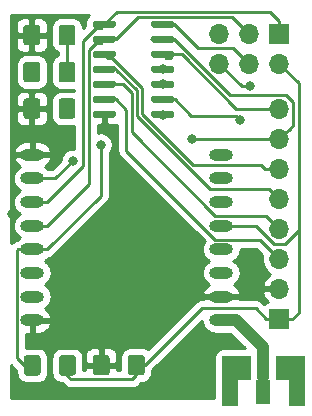
<source format=gbr>
G04 #@! TF.GenerationSoftware,KiCad,Pcbnew,5.1.6*
G04 #@! TF.CreationDate,2020-09-10T16:33:30+02:00*
G04 #@! TF.ProjectId,LORA_ATTINY84,4c4f5241-5f41-4545-9449-4e5938342e6b,rev?*
G04 #@! TF.SameCoordinates,Original*
G04 #@! TF.FileFunction,Copper,L1,Top*
G04 #@! TF.FilePolarity,Positive*
%FSLAX46Y46*%
G04 Gerber Fmt 4.6, Leading zero omitted, Abs format (unit mm)*
G04 Created by KiCad (PCBNEW 5.1.6) date 2020-09-10 16:33:30*
%MOMM*%
%LPD*%
G01*
G04 APERTURE LIST*
G04 #@! TA.AperFunction,ComponentPad*
%ADD10R,1.200000X2.100000*%
G04 #@! TD*
G04 #@! TA.AperFunction,SMDPad,CuDef*
%ADD11C,0.100000*%
G04 #@! TD*
G04 #@! TA.AperFunction,ComponentPad*
%ADD12O,1.700000X1.700000*%
G04 #@! TD*
G04 #@! TA.AperFunction,ComponentPad*
%ADD13R,1.700000X1.700000*%
G04 #@! TD*
G04 #@! TA.AperFunction,SMDPad,CuDef*
%ADD14O,2.000000X1.000000*%
G04 #@! TD*
G04 #@! TA.AperFunction,ViaPad*
%ADD15C,0.800000*%
G04 #@! TD*
G04 #@! TA.AperFunction,Conductor*
%ADD16C,0.250000*%
G04 #@! TD*
G04 #@! TA.AperFunction,Conductor*
%ADD17C,1.000000*%
G04 #@! TD*
G04 #@! TA.AperFunction,Conductor*
%ADD18C,0.254000*%
G04 #@! TD*
G04 APERTURE END LIST*
D10*
X88087200Y-78384400D03*
G04 #@! TA.AperFunction,SMDPad,CuDef*
D11*
G36*
X91586600Y-79493600D02*
G01*
X90236600Y-79493600D01*
X90236600Y-77293600D01*
X89136600Y-77293600D01*
X89136600Y-75293600D01*
X91586600Y-75293600D01*
X91586600Y-79493600D01*
G37*
G04 #@! TD.AperFunction*
G04 #@! TA.AperFunction,SMDPad,CuDef*
G36*
X87034920Y-77293600D02*
G01*
X85934920Y-77293600D01*
X85934920Y-79493600D01*
X84584920Y-79493600D01*
X84584920Y-75293600D01*
X87034920Y-75293600D01*
X87034920Y-77293600D01*
G37*
G04 #@! TD.AperFunction*
G04 #@! TA.AperFunction,SMDPad,CuDef*
G36*
G01*
X70791700Y-76723400D02*
X70791700Y-75473400D01*
G75*
G02*
X71041700Y-75223400I250000J0D01*
G01*
X71966700Y-75223400D01*
G75*
G02*
X72216700Y-75473400I0J-250000D01*
G01*
X72216700Y-76723400D01*
G75*
G02*
X71966700Y-76973400I-250000J0D01*
G01*
X71041700Y-76973400D01*
G75*
G02*
X70791700Y-76723400I0J250000D01*
G01*
G37*
G04 #@! TD.AperFunction*
G04 #@! TA.AperFunction,SMDPad,CuDef*
G36*
G01*
X67816700Y-76723400D02*
X67816700Y-75473400D01*
G75*
G02*
X68066700Y-75223400I250000J0D01*
G01*
X68991700Y-75223400D01*
G75*
G02*
X69241700Y-75473400I0J-250000D01*
G01*
X69241700Y-76723400D01*
G75*
G02*
X68991700Y-76973400I-250000J0D01*
G01*
X68066700Y-76973400D01*
G75*
G02*
X67816700Y-76723400I0J250000D01*
G01*
G37*
G04 #@! TD.AperFunction*
G04 #@! TA.AperFunction,SMDPad,CuDef*
G36*
G01*
X75069400Y-75448000D02*
X75069400Y-76698000D01*
G75*
G02*
X74819400Y-76948000I-250000J0D01*
G01*
X73894400Y-76948000D01*
G75*
G02*
X73644400Y-76698000I0J250000D01*
G01*
X73644400Y-75448000D01*
G75*
G02*
X73894400Y-75198000I250000J0D01*
G01*
X74819400Y-75198000D01*
G75*
G02*
X75069400Y-75448000I0J-250000D01*
G01*
G37*
G04 #@! TD.AperFunction*
G04 #@! TA.AperFunction,SMDPad,CuDef*
G36*
G01*
X78044400Y-75448000D02*
X78044400Y-76698000D01*
G75*
G02*
X77794400Y-76948000I-250000J0D01*
G01*
X76869400Y-76948000D01*
G75*
G02*
X76619400Y-76698000I0J250000D01*
G01*
X76619400Y-75448000D01*
G75*
G02*
X76869400Y-75198000I250000J0D01*
G01*
X77794400Y-75198000D01*
G75*
G02*
X78044400Y-75448000I0J-250000D01*
G01*
G37*
G04 #@! TD.AperFunction*
G04 #@! TA.AperFunction,SMDPad,CuDef*
G36*
G01*
X69202000Y-53731000D02*
X69202000Y-54981000D01*
G75*
G02*
X68952000Y-55231000I-250000J0D01*
G01*
X68027000Y-55231000D01*
G75*
G02*
X67777000Y-54981000I0J250000D01*
G01*
X67777000Y-53731000D01*
G75*
G02*
X68027000Y-53481000I250000J0D01*
G01*
X68952000Y-53481000D01*
G75*
G02*
X69202000Y-53731000I0J-250000D01*
G01*
G37*
G04 #@! TD.AperFunction*
G04 #@! TA.AperFunction,SMDPad,CuDef*
G36*
G01*
X72177000Y-53731000D02*
X72177000Y-54981000D01*
G75*
G02*
X71927000Y-55231000I-250000J0D01*
G01*
X71002000Y-55231000D01*
G75*
G02*
X70752000Y-54981000I0J250000D01*
G01*
X70752000Y-53731000D01*
G75*
G02*
X71002000Y-53481000I250000J0D01*
G01*
X71927000Y-53481000D01*
G75*
G02*
X72177000Y-53731000I0J-250000D01*
G01*
G37*
G04 #@! TD.AperFunction*
D12*
X84378800Y-50596800D03*
X84378800Y-48056800D03*
X86918800Y-50596800D03*
X86918800Y-48056800D03*
X89458800Y-50596800D03*
D13*
X89458800Y-48056800D03*
D12*
X89458800Y-54381400D03*
X89458800Y-56921400D03*
X89458800Y-59461400D03*
X89458800Y-62001400D03*
X89458800Y-64541400D03*
X89458800Y-67081400D03*
X89458800Y-69621400D03*
D13*
X89458800Y-72161400D03*
G04 #@! TA.AperFunction,SMDPad,CuDef*
G36*
G01*
X69202000Y-50644900D02*
X69202000Y-51894900D01*
G75*
G02*
X68952000Y-52144900I-250000J0D01*
G01*
X68027000Y-52144900D01*
G75*
G02*
X67777000Y-51894900I0J250000D01*
G01*
X67777000Y-50644900D01*
G75*
G02*
X68027000Y-50394900I250000J0D01*
G01*
X68952000Y-50394900D01*
G75*
G02*
X69202000Y-50644900I0J-250000D01*
G01*
G37*
G04 #@! TD.AperFunction*
G04 #@! TA.AperFunction,SMDPad,CuDef*
G36*
G01*
X72177000Y-50644900D02*
X72177000Y-51894900D01*
G75*
G02*
X71927000Y-52144900I-250000J0D01*
G01*
X71002000Y-52144900D01*
G75*
G02*
X70752000Y-51894900I0J250000D01*
G01*
X70752000Y-50644900D01*
G75*
G02*
X71002000Y-50394900I250000J0D01*
G01*
X71927000Y-50394900D01*
G75*
G02*
X72177000Y-50644900I0J-250000D01*
G01*
G37*
G04 #@! TD.AperFunction*
G04 #@! TA.AperFunction,SMDPad,CuDef*
G36*
G01*
X70752000Y-48758000D02*
X70752000Y-47508000D01*
G75*
G02*
X71002000Y-47258000I250000J0D01*
G01*
X71927000Y-47258000D01*
G75*
G02*
X72177000Y-47508000I0J-250000D01*
G01*
X72177000Y-48758000D01*
G75*
G02*
X71927000Y-49008000I-250000J0D01*
G01*
X71002000Y-49008000D01*
G75*
G02*
X70752000Y-48758000I0J250000D01*
G01*
G37*
G04 #@! TD.AperFunction*
G04 #@! TA.AperFunction,SMDPad,CuDef*
G36*
G01*
X67777000Y-48758000D02*
X67777000Y-47508000D01*
G75*
G02*
X68027000Y-47258000I250000J0D01*
G01*
X68952000Y-47258000D01*
G75*
G02*
X69202000Y-47508000I0J-250000D01*
G01*
X69202000Y-48758000D01*
G75*
G02*
X68952000Y-49008000I-250000J0D01*
G01*
X68027000Y-49008000D01*
G75*
G02*
X67777000Y-48758000I0J250000D01*
G01*
G37*
G04 #@! TD.AperFunction*
G04 #@! TA.AperFunction,SMDPad,CuDef*
G36*
G01*
X75589000Y-54688600D02*
X75589000Y-54988600D01*
G75*
G02*
X75439000Y-55138600I-150000J0D01*
G01*
X73789000Y-55138600D01*
G75*
G02*
X73639000Y-54988600I0J150000D01*
G01*
X73639000Y-54688600D01*
G75*
G02*
X73789000Y-54538600I150000J0D01*
G01*
X75439000Y-54538600D01*
G75*
G02*
X75589000Y-54688600I0J-150000D01*
G01*
G37*
G04 #@! TD.AperFunction*
G04 #@! TA.AperFunction,SMDPad,CuDef*
G36*
G01*
X75589000Y-53418600D02*
X75589000Y-53718600D01*
G75*
G02*
X75439000Y-53868600I-150000J0D01*
G01*
X73789000Y-53868600D01*
G75*
G02*
X73639000Y-53718600I0J150000D01*
G01*
X73639000Y-53418600D01*
G75*
G02*
X73789000Y-53268600I150000J0D01*
G01*
X75439000Y-53268600D01*
G75*
G02*
X75589000Y-53418600I0J-150000D01*
G01*
G37*
G04 #@! TD.AperFunction*
G04 #@! TA.AperFunction,SMDPad,CuDef*
G36*
G01*
X75589000Y-52148600D02*
X75589000Y-52448600D01*
G75*
G02*
X75439000Y-52598600I-150000J0D01*
G01*
X73789000Y-52598600D01*
G75*
G02*
X73639000Y-52448600I0J150000D01*
G01*
X73639000Y-52148600D01*
G75*
G02*
X73789000Y-51998600I150000J0D01*
G01*
X75439000Y-51998600D01*
G75*
G02*
X75589000Y-52148600I0J-150000D01*
G01*
G37*
G04 #@! TD.AperFunction*
G04 #@! TA.AperFunction,SMDPad,CuDef*
G36*
G01*
X75589000Y-50878600D02*
X75589000Y-51178600D01*
G75*
G02*
X75439000Y-51328600I-150000J0D01*
G01*
X73789000Y-51328600D01*
G75*
G02*
X73639000Y-51178600I0J150000D01*
G01*
X73639000Y-50878600D01*
G75*
G02*
X73789000Y-50728600I150000J0D01*
G01*
X75439000Y-50728600D01*
G75*
G02*
X75589000Y-50878600I0J-150000D01*
G01*
G37*
G04 #@! TD.AperFunction*
G04 #@! TA.AperFunction,SMDPad,CuDef*
G36*
G01*
X75589000Y-49608600D02*
X75589000Y-49908600D01*
G75*
G02*
X75439000Y-50058600I-150000J0D01*
G01*
X73789000Y-50058600D01*
G75*
G02*
X73639000Y-49908600I0J150000D01*
G01*
X73639000Y-49608600D01*
G75*
G02*
X73789000Y-49458600I150000J0D01*
G01*
X75439000Y-49458600D01*
G75*
G02*
X75589000Y-49608600I0J-150000D01*
G01*
G37*
G04 #@! TD.AperFunction*
G04 #@! TA.AperFunction,SMDPad,CuDef*
G36*
G01*
X75589000Y-48338600D02*
X75589000Y-48638600D01*
G75*
G02*
X75439000Y-48788600I-150000J0D01*
G01*
X73789000Y-48788600D01*
G75*
G02*
X73639000Y-48638600I0J150000D01*
G01*
X73639000Y-48338600D01*
G75*
G02*
X73789000Y-48188600I150000J0D01*
G01*
X75439000Y-48188600D01*
G75*
G02*
X75589000Y-48338600I0J-150000D01*
G01*
G37*
G04 #@! TD.AperFunction*
G04 #@! TA.AperFunction,SMDPad,CuDef*
G36*
G01*
X75589000Y-47068600D02*
X75589000Y-47368600D01*
G75*
G02*
X75439000Y-47518600I-150000J0D01*
G01*
X73789000Y-47518600D01*
G75*
G02*
X73639000Y-47368600I0J150000D01*
G01*
X73639000Y-47068600D01*
G75*
G02*
X73789000Y-46918600I150000J0D01*
G01*
X75439000Y-46918600D01*
G75*
G02*
X75589000Y-47068600I0J-150000D01*
G01*
G37*
G04 #@! TD.AperFunction*
G04 #@! TA.AperFunction,SMDPad,CuDef*
G36*
G01*
X80539000Y-47068600D02*
X80539000Y-47368600D01*
G75*
G02*
X80389000Y-47518600I-150000J0D01*
G01*
X78739000Y-47518600D01*
G75*
G02*
X78589000Y-47368600I0J150000D01*
G01*
X78589000Y-47068600D01*
G75*
G02*
X78739000Y-46918600I150000J0D01*
G01*
X80389000Y-46918600D01*
G75*
G02*
X80539000Y-47068600I0J-150000D01*
G01*
G37*
G04 #@! TD.AperFunction*
G04 #@! TA.AperFunction,SMDPad,CuDef*
G36*
G01*
X80539000Y-48338600D02*
X80539000Y-48638600D01*
G75*
G02*
X80389000Y-48788600I-150000J0D01*
G01*
X78739000Y-48788600D01*
G75*
G02*
X78589000Y-48638600I0J150000D01*
G01*
X78589000Y-48338600D01*
G75*
G02*
X78739000Y-48188600I150000J0D01*
G01*
X80389000Y-48188600D01*
G75*
G02*
X80539000Y-48338600I0J-150000D01*
G01*
G37*
G04 #@! TD.AperFunction*
G04 #@! TA.AperFunction,SMDPad,CuDef*
G36*
G01*
X80539000Y-49608600D02*
X80539000Y-49908600D01*
G75*
G02*
X80389000Y-50058600I-150000J0D01*
G01*
X78739000Y-50058600D01*
G75*
G02*
X78589000Y-49908600I0J150000D01*
G01*
X78589000Y-49608600D01*
G75*
G02*
X78739000Y-49458600I150000J0D01*
G01*
X80389000Y-49458600D01*
G75*
G02*
X80539000Y-49608600I0J-150000D01*
G01*
G37*
G04 #@! TD.AperFunction*
G04 #@! TA.AperFunction,SMDPad,CuDef*
G36*
G01*
X80539000Y-50878600D02*
X80539000Y-51178600D01*
G75*
G02*
X80389000Y-51328600I-150000J0D01*
G01*
X78739000Y-51328600D01*
G75*
G02*
X78589000Y-51178600I0J150000D01*
G01*
X78589000Y-50878600D01*
G75*
G02*
X78739000Y-50728600I150000J0D01*
G01*
X80389000Y-50728600D01*
G75*
G02*
X80539000Y-50878600I0J-150000D01*
G01*
G37*
G04 #@! TD.AperFunction*
G04 #@! TA.AperFunction,SMDPad,CuDef*
G36*
G01*
X80539000Y-52148600D02*
X80539000Y-52448600D01*
G75*
G02*
X80389000Y-52598600I-150000J0D01*
G01*
X78739000Y-52598600D01*
G75*
G02*
X78589000Y-52448600I0J150000D01*
G01*
X78589000Y-52148600D01*
G75*
G02*
X78739000Y-51998600I150000J0D01*
G01*
X80389000Y-51998600D01*
G75*
G02*
X80539000Y-52148600I0J-150000D01*
G01*
G37*
G04 #@! TD.AperFunction*
G04 #@! TA.AperFunction,SMDPad,CuDef*
G36*
G01*
X80539000Y-53418600D02*
X80539000Y-53718600D01*
G75*
G02*
X80389000Y-53868600I-150000J0D01*
G01*
X78739000Y-53868600D01*
G75*
G02*
X78589000Y-53718600I0J150000D01*
G01*
X78589000Y-53418600D01*
G75*
G02*
X78739000Y-53268600I150000J0D01*
G01*
X80389000Y-53268600D01*
G75*
G02*
X80539000Y-53418600I0J-150000D01*
G01*
G37*
G04 #@! TD.AperFunction*
G04 #@! TA.AperFunction,SMDPad,CuDef*
G36*
G01*
X80539000Y-54688600D02*
X80539000Y-54988600D01*
G75*
G02*
X80389000Y-55138600I-150000J0D01*
G01*
X78739000Y-55138600D01*
G75*
G02*
X78589000Y-54988600I0J150000D01*
G01*
X78589000Y-54688600D01*
G75*
G02*
X78739000Y-54538600I150000J0D01*
G01*
X80389000Y-54538600D01*
G75*
G02*
X80539000Y-54688600I0J-150000D01*
G01*
G37*
G04 #@! TD.AperFunction*
D14*
X84529200Y-58267600D03*
X84529200Y-60267600D03*
X84529200Y-62267600D03*
X84529200Y-64267600D03*
X84529200Y-66267600D03*
X84529200Y-68267600D03*
X84529200Y-70267600D03*
X84529200Y-72267600D03*
X68529200Y-72267600D03*
X68529200Y-70267600D03*
X68529200Y-68267600D03*
X68529200Y-66267600D03*
X68529200Y-64267600D03*
X68529200Y-62267600D03*
X68529200Y-60267600D03*
X68529200Y-58267600D03*
D15*
X91084400Y-75768200D03*
X85090000Y-75819000D03*
X86969600Y-52481399D03*
X66827400Y-63246000D03*
X79596854Y-54871454D03*
X71464500Y-54356000D03*
X82067400Y-56921400D03*
X68489500Y-51269900D03*
X71983600Y-58775600D03*
X86156800Y-55346600D03*
X84529200Y-62267600D03*
X74320400Y-57404000D03*
X79564000Y-52298600D03*
X79564000Y-51028600D03*
D16*
X84378800Y-50596800D02*
X86263399Y-52481399D01*
X86263399Y-52481399D02*
X86969600Y-52481399D01*
X66827400Y-58719400D02*
X66827400Y-63246000D01*
X68529200Y-58267600D02*
X67279200Y-58267600D01*
X67279200Y-58267600D02*
X66827400Y-58719400D01*
X85026400Y-77631800D02*
X85026400Y-77631800D01*
X85026400Y-77631800D02*
X85039200Y-77644600D01*
X79564000Y-54838600D02*
X79564000Y-54849800D01*
X84529200Y-64267600D02*
X87445998Y-64267600D01*
X87445998Y-64267600D02*
X88989798Y-65811400D01*
X89458800Y-50596800D02*
X91083811Y-52221811D01*
X91083811Y-64655391D02*
X91083811Y-52221811D01*
X89927802Y-65811400D02*
X91083811Y-64655391D01*
X88989798Y-65811400D02*
X89927802Y-65811400D01*
X90558800Y-72161400D02*
X89458800Y-72161400D01*
X91083811Y-71636389D02*
X90558800Y-72161400D01*
X91083811Y-64655391D02*
X91083811Y-71636389D01*
X77331900Y-76948000D02*
X77331900Y-76073000D01*
X77006890Y-77273010D02*
X77331900Y-76948000D01*
X71504200Y-76973400D02*
X71803810Y-77273010D01*
X71803810Y-77273010D02*
X77006890Y-77273010D01*
X71504200Y-76098400D02*
X71504200Y-76973400D01*
X78044400Y-76073000D02*
X82870400Y-71247000D01*
X77331900Y-76073000D02*
X78044400Y-76073000D01*
X88358800Y-72161400D02*
X89458800Y-72161400D01*
X87444400Y-71247000D02*
X88358800Y-72161400D01*
X82870400Y-71247000D02*
X87444400Y-71247000D01*
X79864000Y-50058600D02*
X79564000Y-49758600D01*
X80240768Y-50058600D02*
X79864000Y-50058600D01*
X88256719Y-54381400D02*
X89458800Y-54381400D01*
X85795390Y-54381400D02*
X88256719Y-54381400D01*
X81172590Y-49758600D02*
X85795390Y-54381400D01*
X79564000Y-49758600D02*
X81172590Y-49758600D01*
X78589000Y-48488600D02*
X79564000Y-48488600D01*
X90308799Y-56071401D02*
X89458800Y-56921400D01*
X90633801Y-55746399D02*
X90308799Y-56071401D01*
X90633801Y-53817399D02*
X90633801Y-55746399D01*
X90022801Y-53206399D02*
X90633801Y-53817399D01*
X80539000Y-48488600D02*
X85256799Y-53206399D01*
X85256799Y-53206399D02*
X90022801Y-53206399D01*
X79564000Y-48488600D02*
X80539000Y-48488600D01*
X89458800Y-56921400D02*
X82067400Y-56921400D01*
X88256719Y-59461400D02*
X89458800Y-59461400D01*
X77851000Y-54772368D02*
X82171242Y-59092610D01*
X87887929Y-59092610D02*
X88256719Y-59461400D01*
X82171242Y-59092610D02*
X87887929Y-59092610D01*
X75290768Y-50058600D02*
X77851000Y-52618832D01*
X77851000Y-52618832D02*
X77851000Y-54772368D01*
X74914000Y-50058600D02*
X75290768Y-50058600D01*
X74614000Y-49758600D02*
X74914000Y-50058600D01*
X75589000Y-51028600D02*
X75614400Y-51054000D01*
X74614000Y-51028600D02*
X75589000Y-51028600D01*
X88608801Y-61151401D02*
X89458800Y-62001400D01*
X83593623Y-61151401D02*
X88608801Y-61151401D01*
X77400990Y-52813790D02*
X77400991Y-54958769D01*
X77400991Y-54958769D02*
X83593623Y-61151401D01*
X75641200Y-51054000D02*
X77400990Y-52813790D01*
X75614400Y-51054000D02*
X75641200Y-51054000D01*
X84037450Y-63442590D02*
X88359990Y-63442590D01*
X76950982Y-56356122D02*
X84037450Y-63442590D01*
X76950982Y-53024182D02*
X76950982Y-56356122D01*
X76225400Y-52298600D02*
X76950982Y-53024182D01*
X74614000Y-52298600D02*
X76225400Y-52298600D01*
X89458800Y-64541400D02*
X88359990Y-63442590D01*
X88608801Y-66231401D02*
X89458800Y-67081400D01*
X87819990Y-65442590D02*
X88608801Y-66231401D01*
X84037450Y-65442590D02*
X87819990Y-65442590D01*
X76500972Y-57906112D02*
X84037450Y-65442590D01*
X76500972Y-54480572D02*
X76500972Y-57906112D01*
X75589000Y-53568600D02*
X76500972Y-54480572D01*
X74614000Y-53568600D02*
X75589000Y-53568600D01*
X73937232Y-47518600D02*
X72863980Y-48591852D01*
X74614000Y-47218600D02*
X74314000Y-47518600D01*
X74314000Y-47518600D02*
X73937232Y-47518600D01*
X69779200Y-62267600D02*
X68529200Y-62267600D01*
X72863980Y-59182820D02*
X69779200Y-62267600D01*
X72863980Y-48591852D02*
X72863980Y-59182820D01*
X74914000Y-46918600D02*
X74614000Y-47218600D01*
X89458800Y-46956800D02*
X89458800Y-48056800D01*
X88645580Y-46143580D02*
X89458800Y-46956800D01*
X75689020Y-46143580D02*
X88645580Y-46143580D01*
X74614000Y-47218600D02*
X75689020Y-46143580D01*
X69779200Y-64267600D02*
X68529200Y-64267600D01*
X74614000Y-48488600D02*
X74314000Y-48788600D01*
X74314000Y-48788600D02*
X73937232Y-48788600D01*
X73937232Y-48788600D02*
X73313990Y-49411842D01*
X73313990Y-60732810D02*
X69779200Y-64267600D01*
X73313990Y-49411842D02*
X73313990Y-60732810D01*
X74614000Y-48488600D02*
X75589000Y-48488600D01*
X86068801Y-47206801D02*
X86918800Y-48056800D01*
X85455590Y-46593590D02*
X86068801Y-47206801D01*
X77484010Y-46593590D02*
X85455590Y-46593590D01*
X75589000Y-48488600D02*
X77484010Y-46593590D01*
X82552201Y-49231801D02*
X80539000Y-47218600D01*
X80539000Y-47218600D02*
X79564000Y-47218600D01*
X85553801Y-49231801D02*
X82552201Y-49231801D01*
X86918800Y-50596800D02*
X85553801Y-49231801D01*
X68529200Y-60267600D02*
X70491600Y-60267600D01*
X70491600Y-60267600D02*
X71983600Y-58775600D01*
X80577329Y-53568600D02*
X80539000Y-53568600D01*
X80539000Y-53568600D02*
X79564000Y-53568600D01*
X81955330Y-54946601D02*
X80577329Y-53568600D01*
X85756801Y-54946601D02*
X81955330Y-54946601D01*
X86156800Y-55346600D02*
X85756801Y-54946601D01*
X68530200Y-66268600D02*
X68529200Y-66267600D01*
X74320400Y-61726400D02*
X69779200Y-66267600D01*
X69779200Y-66267600D02*
X68529200Y-66267600D01*
X74320400Y-57404000D02*
X74320400Y-61726400D01*
X67204190Y-75485890D02*
X67204190Y-66342610D01*
X67279200Y-66267600D02*
X68529200Y-66267600D01*
X67816700Y-76098400D02*
X67204190Y-75485890D01*
X67204190Y-66342610D02*
X67279200Y-66267600D01*
X68529200Y-76098400D02*
X67816700Y-76098400D01*
X71439100Y-48031400D02*
X71388300Y-47980600D01*
X71464500Y-49008000D02*
X71464500Y-51269900D01*
X71464500Y-48133000D02*
X71464500Y-49008000D01*
X84811000Y-72267600D02*
X84529200Y-72267600D01*
X88087200Y-77084400D02*
X88087200Y-78384400D01*
D17*
X88087200Y-74575600D02*
X88087200Y-77084400D01*
X85779200Y-72267600D02*
X88087200Y-74575600D01*
X84529200Y-72267600D02*
X85779200Y-72267600D01*
D18*
G36*
X74741000Y-54711600D02*
G01*
X74761000Y-54711600D01*
X74761000Y-54965600D01*
X74741000Y-54965600D01*
X74741000Y-55614850D01*
X74899750Y-55773600D01*
X75589000Y-55776672D01*
X75713482Y-55764412D01*
X75740972Y-55756073D01*
X75740973Y-57868780D01*
X75737296Y-57906112D01*
X75751970Y-58055097D01*
X75795426Y-58198358D01*
X75865998Y-58330388D01*
X75918696Y-58394600D01*
X75960972Y-58446113D01*
X75989970Y-58469911D01*
X83113874Y-65593817D01*
X83080916Y-65633977D01*
X82975524Y-65831153D01*
X82910623Y-66045101D01*
X82888709Y-66267600D01*
X82910623Y-66490099D01*
X82975524Y-66704047D01*
X83080916Y-66901223D01*
X83222751Y-67074049D01*
X83395577Y-67215884D01*
X83492332Y-67267600D01*
X83395577Y-67319316D01*
X83222751Y-67461151D01*
X83080916Y-67633977D01*
X82975524Y-67831153D01*
X82910623Y-68045101D01*
X82888709Y-68267600D01*
X82910623Y-68490099D01*
X82975524Y-68704047D01*
X83080916Y-68901223D01*
X83222751Y-69074049D01*
X83395577Y-69215884D01*
X83485727Y-69264070D01*
X83477522Y-69267597D01*
X83293031Y-69394439D01*
X83136831Y-69554836D01*
X83014924Y-69742624D01*
X82935081Y-69965726D01*
X83061246Y-70140600D01*
X84402200Y-70140600D01*
X84402200Y-70120600D01*
X84656200Y-70120600D01*
X84656200Y-70140600D01*
X85997154Y-70140600D01*
X86123319Y-69965726D01*
X86043476Y-69742624D01*
X85921569Y-69554836D01*
X85765369Y-69394439D01*
X85580878Y-69267597D01*
X85572673Y-69264070D01*
X85662823Y-69215884D01*
X85835649Y-69074049D01*
X85977484Y-68901223D01*
X86082876Y-68704047D01*
X86147777Y-68490099D01*
X86169691Y-68267600D01*
X86147777Y-68045101D01*
X86082876Y-67831153D01*
X85977484Y-67633977D01*
X85835649Y-67461151D01*
X85662823Y-67319316D01*
X85566068Y-67267600D01*
X85662823Y-67215884D01*
X85835649Y-67074049D01*
X85977484Y-66901223D01*
X86082876Y-66704047D01*
X86147777Y-66490099D01*
X86169691Y-66267600D01*
X86163288Y-66202590D01*
X87505189Y-66202590D01*
X88017590Y-66714992D01*
X87973800Y-66935140D01*
X87973800Y-67227660D01*
X88030868Y-67514558D01*
X88142810Y-67784811D01*
X88305325Y-68028032D01*
X88512168Y-68234875D01*
X88694334Y-68356595D01*
X88577445Y-68426222D01*
X88361212Y-68621131D01*
X88187159Y-68854480D01*
X88061975Y-69117301D01*
X88017324Y-69264510D01*
X88138645Y-69494400D01*
X89331800Y-69494400D01*
X89331800Y-69474400D01*
X89585800Y-69474400D01*
X89585800Y-69494400D01*
X89605800Y-69494400D01*
X89605800Y-69748400D01*
X89585800Y-69748400D01*
X89585800Y-69768400D01*
X89331800Y-69768400D01*
X89331800Y-69748400D01*
X88138645Y-69748400D01*
X88017324Y-69978290D01*
X88061975Y-70125499D01*
X88187159Y-70388320D01*
X88361212Y-70621669D01*
X88445266Y-70697434D01*
X88364620Y-70721898D01*
X88254306Y-70780863D01*
X88157615Y-70860215D01*
X88146257Y-70874055D01*
X88008203Y-70736002D01*
X87984401Y-70706999D01*
X87868676Y-70612026D01*
X87736647Y-70541454D01*
X87593386Y-70497997D01*
X87481733Y-70487000D01*
X87481722Y-70487000D01*
X87444400Y-70483324D01*
X87407078Y-70487000D01*
X86063817Y-70487000D01*
X85997154Y-70394600D01*
X84656200Y-70394600D01*
X84656200Y-70414600D01*
X84402200Y-70414600D01*
X84402200Y-70394600D01*
X83061246Y-70394600D01*
X82994583Y-70487000D01*
X82907725Y-70487000D01*
X82870400Y-70483324D01*
X82833075Y-70487000D01*
X82833067Y-70487000D01*
X82721414Y-70497997D01*
X82578153Y-70541454D01*
X82446124Y-70612026D01*
X82330399Y-70706999D01*
X82306601Y-70735997D01*
X78312622Y-74729977D01*
X78287786Y-74709595D01*
X78134250Y-74627528D01*
X77967654Y-74576992D01*
X77794400Y-74559928D01*
X76869400Y-74559928D01*
X76696146Y-74576992D01*
X76529550Y-74627528D01*
X76376014Y-74709595D01*
X76241438Y-74820038D01*
X76130995Y-74954614D01*
X76048928Y-75108150D01*
X75998392Y-75274746D01*
X75981328Y-75448000D01*
X75981328Y-76513010D01*
X75705204Y-76513010D01*
X75704400Y-76358750D01*
X75545650Y-76200000D01*
X74483900Y-76200000D01*
X74483900Y-76220000D01*
X74229900Y-76220000D01*
X74229900Y-76200000D01*
X73168150Y-76200000D01*
X73009400Y-76358750D01*
X73008596Y-76513010D01*
X72854772Y-76513010D01*
X72854772Y-75473400D01*
X72837708Y-75300146D01*
X72806723Y-75198000D01*
X73006328Y-75198000D01*
X73009400Y-75787250D01*
X73168150Y-75946000D01*
X74229900Y-75946000D01*
X74229900Y-74721750D01*
X74483900Y-74721750D01*
X74483900Y-75946000D01*
X75545650Y-75946000D01*
X75704400Y-75787250D01*
X75707472Y-75198000D01*
X75695212Y-75073518D01*
X75658902Y-74953820D01*
X75599937Y-74843506D01*
X75520585Y-74746815D01*
X75423894Y-74667463D01*
X75313580Y-74608498D01*
X75193882Y-74572188D01*
X75069400Y-74559928D01*
X74642650Y-74563000D01*
X74483900Y-74721750D01*
X74229900Y-74721750D01*
X74071150Y-74563000D01*
X73644400Y-74559928D01*
X73519918Y-74572188D01*
X73400220Y-74608498D01*
X73289906Y-74667463D01*
X73193215Y-74746815D01*
X73113863Y-74843506D01*
X73054898Y-74953820D01*
X73018588Y-75073518D01*
X73006328Y-75198000D01*
X72806723Y-75198000D01*
X72787172Y-75133550D01*
X72705105Y-74980014D01*
X72594662Y-74845438D01*
X72460086Y-74734995D01*
X72306550Y-74652928D01*
X72139954Y-74602392D01*
X71966700Y-74585328D01*
X71041700Y-74585328D01*
X70868446Y-74602392D01*
X70701850Y-74652928D01*
X70548314Y-74734995D01*
X70413738Y-74845438D01*
X70303295Y-74980014D01*
X70221228Y-75133550D01*
X70170692Y-75300146D01*
X70153628Y-75473400D01*
X70153628Y-76723400D01*
X70170692Y-76896654D01*
X70221228Y-77063250D01*
X70303295Y-77216786D01*
X70413738Y-77351362D01*
X70548314Y-77461805D01*
X70701850Y-77543872D01*
X70868446Y-77594408D01*
X71041700Y-77611472D01*
X71067471Y-77611472D01*
X71240006Y-77784007D01*
X71263809Y-77813011D01*
X71379534Y-77907984D01*
X71511563Y-77978556D01*
X71654824Y-78022013D01*
X71803810Y-78036687D01*
X71841143Y-78033010D01*
X76969568Y-78033010D01*
X77006890Y-78036686D01*
X77044212Y-78033010D01*
X77044223Y-78033010D01*
X77155876Y-78022013D01*
X77299137Y-77978556D01*
X77431166Y-77907984D01*
X77546891Y-77813011D01*
X77570694Y-77784007D01*
X77768629Y-77586072D01*
X77794400Y-77586072D01*
X77967654Y-77569008D01*
X78134250Y-77518472D01*
X78287786Y-77436405D01*
X78422362Y-77325962D01*
X78532805Y-77191386D01*
X78614872Y-77037850D01*
X78665408Y-76871254D01*
X78682472Y-76698000D01*
X78682472Y-76509729D01*
X82891927Y-72300275D01*
X82910623Y-72490099D01*
X82975524Y-72704047D01*
X83080916Y-72901223D01*
X83222751Y-73074049D01*
X83395577Y-73215884D01*
X83592753Y-73321276D01*
X83806701Y-73386177D01*
X83973448Y-73402600D01*
X85309069Y-73402600D01*
X86561996Y-74655528D01*
X84584920Y-74655528D01*
X84460438Y-74667788D01*
X84340740Y-74704098D01*
X84230426Y-74763063D01*
X84133735Y-74842415D01*
X84054383Y-74939106D01*
X83995418Y-75049420D01*
X83959108Y-75169118D01*
X83946848Y-75293600D01*
X83946848Y-78816600D01*
X66724895Y-78816600D01*
X66722804Y-76079305D01*
X67178628Y-76535130D01*
X67178628Y-76723400D01*
X67195692Y-76896654D01*
X67246228Y-77063250D01*
X67328295Y-77216786D01*
X67438738Y-77351362D01*
X67573314Y-77461805D01*
X67726850Y-77543872D01*
X67893446Y-77594408D01*
X68066700Y-77611472D01*
X68991700Y-77611472D01*
X69164954Y-77594408D01*
X69331550Y-77543872D01*
X69485086Y-77461805D01*
X69619662Y-77351362D01*
X69730105Y-77216786D01*
X69812172Y-77063250D01*
X69862708Y-76896654D01*
X69879772Y-76723400D01*
X69879772Y-75473400D01*
X69862708Y-75300146D01*
X69812172Y-75133550D01*
X69730105Y-74980014D01*
X69619662Y-74845438D01*
X69485086Y-74734995D01*
X69331550Y-74652928D01*
X69164954Y-74602392D01*
X68991700Y-74585328D01*
X68066700Y-74585328D01*
X67964190Y-74595424D01*
X67964190Y-73402600D01*
X68402200Y-73402600D01*
X68402200Y-72394600D01*
X68656200Y-72394600D01*
X68656200Y-73402600D01*
X69156200Y-73402600D01*
X69375187Y-73356015D01*
X69580878Y-73267603D01*
X69765369Y-73140761D01*
X69921569Y-72980364D01*
X70043476Y-72792576D01*
X70123319Y-72569474D01*
X69997154Y-72394600D01*
X68656200Y-72394600D01*
X68402200Y-72394600D01*
X68382200Y-72394600D01*
X68382200Y-72140600D01*
X68402200Y-72140600D01*
X68402200Y-72120600D01*
X68656200Y-72120600D01*
X68656200Y-72140600D01*
X69997154Y-72140600D01*
X70123319Y-71965726D01*
X70043476Y-71742624D01*
X69921569Y-71554836D01*
X69765369Y-71394439D01*
X69580878Y-71267597D01*
X69572673Y-71264070D01*
X69662823Y-71215884D01*
X69835649Y-71074049D01*
X69977484Y-70901223D01*
X70082876Y-70704047D01*
X70147777Y-70490099D01*
X70169691Y-70267600D01*
X70147777Y-70045101D01*
X70082876Y-69831153D01*
X69977484Y-69633977D01*
X69835649Y-69461151D01*
X69662823Y-69319316D01*
X69566068Y-69267600D01*
X69662823Y-69215884D01*
X69835649Y-69074049D01*
X69977484Y-68901223D01*
X70082876Y-68704047D01*
X70147777Y-68490099D01*
X70169691Y-68267600D01*
X70147777Y-68045101D01*
X70082876Y-67831153D01*
X69977484Y-67633977D01*
X69835649Y-67461151D01*
X69662823Y-67319316D01*
X69566068Y-67267600D01*
X69662823Y-67215884D01*
X69835649Y-67074049D01*
X69878802Y-67021467D01*
X69928186Y-67016603D01*
X70071447Y-66973146D01*
X70203476Y-66902574D01*
X70319201Y-66807601D01*
X70343004Y-66778597D01*
X74831403Y-62290199D01*
X74860401Y-62266401D01*
X74955374Y-62150676D01*
X75025946Y-62018647D01*
X75069403Y-61875386D01*
X75080400Y-61763733D01*
X75080400Y-61763725D01*
X75084076Y-61726400D01*
X75080400Y-61689075D01*
X75080400Y-58107711D01*
X75124337Y-58063774D01*
X75237605Y-57894256D01*
X75315626Y-57705898D01*
X75355400Y-57505939D01*
X75355400Y-57302061D01*
X75315626Y-57102102D01*
X75237605Y-56913744D01*
X75124337Y-56744226D01*
X74980174Y-56600063D01*
X74810656Y-56486795D01*
X74622298Y-56408774D01*
X74422339Y-56369000D01*
X74218461Y-56369000D01*
X74073990Y-56397737D01*
X74073990Y-55774733D01*
X74328250Y-55773600D01*
X74487000Y-55614850D01*
X74487000Y-54965600D01*
X74467000Y-54965600D01*
X74467000Y-54711600D01*
X74487000Y-54711600D01*
X74487000Y-54691600D01*
X74741000Y-54691600D01*
X74741000Y-54711600D01*
G37*
X74741000Y-54711600D02*
X74761000Y-54711600D01*
X74761000Y-54965600D01*
X74741000Y-54965600D01*
X74741000Y-55614850D01*
X74899750Y-55773600D01*
X75589000Y-55776672D01*
X75713482Y-55764412D01*
X75740972Y-55756073D01*
X75740973Y-57868780D01*
X75737296Y-57906112D01*
X75751970Y-58055097D01*
X75795426Y-58198358D01*
X75865998Y-58330388D01*
X75918696Y-58394600D01*
X75960972Y-58446113D01*
X75989970Y-58469911D01*
X83113874Y-65593817D01*
X83080916Y-65633977D01*
X82975524Y-65831153D01*
X82910623Y-66045101D01*
X82888709Y-66267600D01*
X82910623Y-66490099D01*
X82975524Y-66704047D01*
X83080916Y-66901223D01*
X83222751Y-67074049D01*
X83395577Y-67215884D01*
X83492332Y-67267600D01*
X83395577Y-67319316D01*
X83222751Y-67461151D01*
X83080916Y-67633977D01*
X82975524Y-67831153D01*
X82910623Y-68045101D01*
X82888709Y-68267600D01*
X82910623Y-68490099D01*
X82975524Y-68704047D01*
X83080916Y-68901223D01*
X83222751Y-69074049D01*
X83395577Y-69215884D01*
X83485727Y-69264070D01*
X83477522Y-69267597D01*
X83293031Y-69394439D01*
X83136831Y-69554836D01*
X83014924Y-69742624D01*
X82935081Y-69965726D01*
X83061246Y-70140600D01*
X84402200Y-70140600D01*
X84402200Y-70120600D01*
X84656200Y-70120600D01*
X84656200Y-70140600D01*
X85997154Y-70140600D01*
X86123319Y-69965726D01*
X86043476Y-69742624D01*
X85921569Y-69554836D01*
X85765369Y-69394439D01*
X85580878Y-69267597D01*
X85572673Y-69264070D01*
X85662823Y-69215884D01*
X85835649Y-69074049D01*
X85977484Y-68901223D01*
X86082876Y-68704047D01*
X86147777Y-68490099D01*
X86169691Y-68267600D01*
X86147777Y-68045101D01*
X86082876Y-67831153D01*
X85977484Y-67633977D01*
X85835649Y-67461151D01*
X85662823Y-67319316D01*
X85566068Y-67267600D01*
X85662823Y-67215884D01*
X85835649Y-67074049D01*
X85977484Y-66901223D01*
X86082876Y-66704047D01*
X86147777Y-66490099D01*
X86169691Y-66267600D01*
X86163288Y-66202590D01*
X87505189Y-66202590D01*
X88017590Y-66714992D01*
X87973800Y-66935140D01*
X87973800Y-67227660D01*
X88030868Y-67514558D01*
X88142810Y-67784811D01*
X88305325Y-68028032D01*
X88512168Y-68234875D01*
X88694334Y-68356595D01*
X88577445Y-68426222D01*
X88361212Y-68621131D01*
X88187159Y-68854480D01*
X88061975Y-69117301D01*
X88017324Y-69264510D01*
X88138645Y-69494400D01*
X89331800Y-69494400D01*
X89331800Y-69474400D01*
X89585800Y-69474400D01*
X89585800Y-69494400D01*
X89605800Y-69494400D01*
X89605800Y-69748400D01*
X89585800Y-69748400D01*
X89585800Y-69768400D01*
X89331800Y-69768400D01*
X89331800Y-69748400D01*
X88138645Y-69748400D01*
X88017324Y-69978290D01*
X88061975Y-70125499D01*
X88187159Y-70388320D01*
X88361212Y-70621669D01*
X88445266Y-70697434D01*
X88364620Y-70721898D01*
X88254306Y-70780863D01*
X88157615Y-70860215D01*
X88146257Y-70874055D01*
X88008203Y-70736002D01*
X87984401Y-70706999D01*
X87868676Y-70612026D01*
X87736647Y-70541454D01*
X87593386Y-70497997D01*
X87481733Y-70487000D01*
X87481722Y-70487000D01*
X87444400Y-70483324D01*
X87407078Y-70487000D01*
X86063817Y-70487000D01*
X85997154Y-70394600D01*
X84656200Y-70394600D01*
X84656200Y-70414600D01*
X84402200Y-70414600D01*
X84402200Y-70394600D01*
X83061246Y-70394600D01*
X82994583Y-70487000D01*
X82907725Y-70487000D01*
X82870400Y-70483324D01*
X82833075Y-70487000D01*
X82833067Y-70487000D01*
X82721414Y-70497997D01*
X82578153Y-70541454D01*
X82446124Y-70612026D01*
X82330399Y-70706999D01*
X82306601Y-70735997D01*
X78312622Y-74729977D01*
X78287786Y-74709595D01*
X78134250Y-74627528D01*
X77967654Y-74576992D01*
X77794400Y-74559928D01*
X76869400Y-74559928D01*
X76696146Y-74576992D01*
X76529550Y-74627528D01*
X76376014Y-74709595D01*
X76241438Y-74820038D01*
X76130995Y-74954614D01*
X76048928Y-75108150D01*
X75998392Y-75274746D01*
X75981328Y-75448000D01*
X75981328Y-76513010D01*
X75705204Y-76513010D01*
X75704400Y-76358750D01*
X75545650Y-76200000D01*
X74483900Y-76200000D01*
X74483900Y-76220000D01*
X74229900Y-76220000D01*
X74229900Y-76200000D01*
X73168150Y-76200000D01*
X73009400Y-76358750D01*
X73008596Y-76513010D01*
X72854772Y-76513010D01*
X72854772Y-75473400D01*
X72837708Y-75300146D01*
X72806723Y-75198000D01*
X73006328Y-75198000D01*
X73009400Y-75787250D01*
X73168150Y-75946000D01*
X74229900Y-75946000D01*
X74229900Y-74721750D01*
X74483900Y-74721750D01*
X74483900Y-75946000D01*
X75545650Y-75946000D01*
X75704400Y-75787250D01*
X75707472Y-75198000D01*
X75695212Y-75073518D01*
X75658902Y-74953820D01*
X75599937Y-74843506D01*
X75520585Y-74746815D01*
X75423894Y-74667463D01*
X75313580Y-74608498D01*
X75193882Y-74572188D01*
X75069400Y-74559928D01*
X74642650Y-74563000D01*
X74483900Y-74721750D01*
X74229900Y-74721750D01*
X74071150Y-74563000D01*
X73644400Y-74559928D01*
X73519918Y-74572188D01*
X73400220Y-74608498D01*
X73289906Y-74667463D01*
X73193215Y-74746815D01*
X73113863Y-74843506D01*
X73054898Y-74953820D01*
X73018588Y-75073518D01*
X73006328Y-75198000D01*
X72806723Y-75198000D01*
X72787172Y-75133550D01*
X72705105Y-74980014D01*
X72594662Y-74845438D01*
X72460086Y-74734995D01*
X72306550Y-74652928D01*
X72139954Y-74602392D01*
X71966700Y-74585328D01*
X71041700Y-74585328D01*
X70868446Y-74602392D01*
X70701850Y-74652928D01*
X70548314Y-74734995D01*
X70413738Y-74845438D01*
X70303295Y-74980014D01*
X70221228Y-75133550D01*
X70170692Y-75300146D01*
X70153628Y-75473400D01*
X70153628Y-76723400D01*
X70170692Y-76896654D01*
X70221228Y-77063250D01*
X70303295Y-77216786D01*
X70413738Y-77351362D01*
X70548314Y-77461805D01*
X70701850Y-77543872D01*
X70868446Y-77594408D01*
X71041700Y-77611472D01*
X71067471Y-77611472D01*
X71240006Y-77784007D01*
X71263809Y-77813011D01*
X71379534Y-77907984D01*
X71511563Y-77978556D01*
X71654824Y-78022013D01*
X71803810Y-78036687D01*
X71841143Y-78033010D01*
X76969568Y-78033010D01*
X77006890Y-78036686D01*
X77044212Y-78033010D01*
X77044223Y-78033010D01*
X77155876Y-78022013D01*
X77299137Y-77978556D01*
X77431166Y-77907984D01*
X77546891Y-77813011D01*
X77570694Y-77784007D01*
X77768629Y-77586072D01*
X77794400Y-77586072D01*
X77967654Y-77569008D01*
X78134250Y-77518472D01*
X78287786Y-77436405D01*
X78422362Y-77325962D01*
X78532805Y-77191386D01*
X78614872Y-77037850D01*
X78665408Y-76871254D01*
X78682472Y-76698000D01*
X78682472Y-76509729D01*
X82891927Y-72300275D01*
X82910623Y-72490099D01*
X82975524Y-72704047D01*
X83080916Y-72901223D01*
X83222751Y-73074049D01*
X83395577Y-73215884D01*
X83592753Y-73321276D01*
X83806701Y-73386177D01*
X83973448Y-73402600D01*
X85309069Y-73402600D01*
X86561996Y-74655528D01*
X84584920Y-74655528D01*
X84460438Y-74667788D01*
X84340740Y-74704098D01*
X84230426Y-74763063D01*
X84133735Y-74842415D01*
X84054383Y-74939106D01*
X83995418Y-75049420D01*
X83959108Y-75169118D01*
X83946848Y-75293600D01*
X83946848Y-78816600D01*
X66724895Y-78816600D01*
X66722804Y-76079305D01*
X67178628Y-76535130D01*
X67178628Y-76723400D01*
X67195692Y-76896654D01*
X67246228Y-77063250D01*
X67328295Y-77216786D01*
X67438738Y-77351362D01*
X67573314Y-77461805D01*
X67726850Y-77543872D01*
X67893446Y-77594408D01*
X68066700Y-77611472D01*
X68991700Y-77611472D01*
X69164954Y-77594408D01*
X69331550Y-77543872D01*
X69485086Y-77461805D01*
X69619662Y-77351362D01*
X69730105Y-77216786D01*
X69812172Y-77063250D01*
X69862708Y-76896654D01*
X69879772Y-76723400D01*
X69879772Y-75473400D01*
X69862708Y-75300146D01*
X69812172Y-75133550D01*
X69730105Y-74980014D01*
X69619662Y-74845438D01*
X69485086Y-74734995D01*
X69331550Y-74652928D01*
X69164954Y-74602392D01*
X68991700Y-74585328D01*
X68066700Y-74585328D01*
X67964190Y-74595424D01*
X67964190Y-73402600D01*
X68402200Y-73402600D01*
X68402200Y-72394600D01*
X68656200Y-72394600D01*
X68656200Y-73402600D01*
X69156200Y-73402600D01*
X69375187Y-73356015D01*
X69580878Y-73267603D01*
X69765369Y-73140761D01*
X69921569Y-72980364D01*
X70043476Y-72792576D01*
X70123319Y-72569474D01*
X69997154Y-72394600D01*
X68656200Y-72394600D01*
X68402200Y-72394600D01*
X68382200Y-72394600D01*
X68382200Y-72140600D01*
X68402200Y-72140600D01*
X68402200Y-72120600D01*
X68656200Y-72120600D01*
X68656200Y-72140600D01*
X69997154Y-72140600D01*
X70123319Y-71965726D01*
X70043476Y-71742624D01*
X69921569Y-71554836D01*
X69765369Y-71394439D01*
X69580878Y-71267597D01*
X69572673Y-71264070D01*
X69662823Y-71215884D01*
X69835649Y-71074049D01*
X69977484Y-70901223D01*
X70082876Y-70704047D01*
X70147777Y-70490099D01*
X70169691Y-70267600D01*
X70147777Y-70045101D01*
X70082876Y-69831153D01*
X69977484Y-69633977D01*
X69835649Y-69461151D01*
X69662823Y-69319316D01*
X69566068Y-69267600D01*
X69662823Y-69215884D01*
X69835649Y-69074049D01*
X69977484Y-68901223D01*
X70082876Y-68704047D01*
X70147777Y-68490099D01*
X70169691Y-68267600D01*
X70147777Y-68045101D01*
X70082876Y-67831153D01*
X69977484Y-67633977D01*
X69835649Y-67461151D01*
X69662823Y-67319316D01*
X69566068Y-67267600D01*
X69662823Y-67215884D01*
X69835649Y-67074049D01*
X69878802Y-67021467D01*
X69928186Y-67016603D01*
X70071447Y-66973146D01*
X70203476Y-66902574D01*
X70319201Y-66807601D01*
X70343004Y-66778597D01*
X74831403Y-62290199D01*
X74860401Y-62266401D01*
X74955374Y-62150676D01*
X75025946Y-62018647D01*
X75069403Y-61875386D01*
X75080400Y-61763733D01*
X75080400Y-61763725D01*
X75084076Y-61726400D01*
X75080400Y-61689075D01*
X75080400Y-58107711D01*
X75124337Y-58063774D01*
X75237605Y-57894256D01*
X75315626Y-57705898D01*
X75355400Y-57505939D01*
X75355400Y-57302061D01*
X75315626Y-57102102D01*
X75237605Y-56913744D01*
X75124337Y-56744226D01*
X74980174Y-56600063D01*
X74810656Y-56486795D01*
X74622298Y-56408774D01*
X74422339Y-56369000D01*
X74218461Y-56369000D01*
X74073990Y-56397737D01*
X74073990Y-55774733D01*
X74328250Y-55773600D01*
X74487000Y-55614850D01*
X74487000Y-54965600D01*
X74467000Y-54965600D01*
X74467000Y-54711600D01*
X74487000Y-54711600D01*
X74487000Y-54691600D01*
X74741000Y-54691600D01*
X74741000Y-54711600D01*
G36*
X73351171Y-46413342D02*
G01*
X73231749Y-46511349D01*
X73133742Y-46630771D01*
X73060916Y-46767018D01*
X73016071Y-46914855D01*
X73000928Y-47068600D01*
X73000928Y-47368600D01*
X73001959Y-47379071D01*
X72815072Y-47565959D01*
X72815072Y-47508000D01*
X72798008Y-47334746D01*
X72747472Y-47168150D01*
X72665405Y-47014614D01*
X72554962Y-46880038D01*
X72420386Y-46769595D01*
X72266850Y-46687528D01*
X72100254Y-46636992D01*
X71927000Y-46619928D01*
X71002000Y-46619928D01*
X70828746Y-46636992D01*
X70662150Y-46687528D01*
X70508614Y-46769595D01*
X70374038Y-46880038D01*
X70263595Y-47014614D01*
X70181528Y-47168150D01*
X70130992Y-47334746D01*
X70113928Y-47508000D01*
X70113928Y-48758000D01*
X70130992Y-48931254D01*
X70181528Y-49097850D01*
X70263595Y-49251386D01*
X70374038Y-49385962D01*
X70508614Y-49496405D01*
X70662150Y-49578472D01*
X70704500Y-49591319D01*
X70704500Y-49811581D01*
X70662150Y-49824428D01*
X70508614Y-49906495D01*
X70374038Y-50016938D01*
X70263595Y-50151514D01*
X70181528Y-50305050D01*
X70130992Y-50471646D01*
X70113928Y-50644900D01*
X70113928Y-51894900D01*
X70130992Y-52068154D01*
X70181528Y-52234750D01*
X70263595Y-52388286D01*
X70374038Y-52522862D01*
X70508614Y-52633305D01*
X70662150Y-52715372D01*
X70828746Y-52765908D01*
X71002000Y-52782972D01*
X71927000Y-52782972D01*
X72100254Y-52765908D01*
X72103980Y-52764778D01*
X72103980Y-52861122D01*
X72100254Y-52859992D01*
X71927000Y-52842928D01*
X71002000Y-52842928D01*
X70828746Y-52859992D01*
X70662150Y-52910528D01*
X70508614Y-52992595D01*
X70374038Y-53103038D01*
X70263595Y-53237614D01*
X70181528Y-53391150D01*
X70130992Y-53557746D01*
X70113928Y-53731000D01*
X70113928Y-54981000D01*
X70130992Y-55154254D01*
X70181528Y-55320850D01*
X70263595Y-55474386D01*
X70374038Y-55608962D01*
X70508614Y-55719405D01*
X70662150Y-55801472D01*
X70828746Y-55852008D01*
X71002000Y-55869072D01*
X71927000Y-55869072D01*
X72100254Y-55852008D01*
X72103981Y-55850878D01*
X72103981Y-57744268D01*
X72085539Y-57740600D01*
X71881661Y-57740600D01*
X71681702Y-57780374D01*
X71493344Y-57858395D01*
X71323826Y-57971663D01*
X71179663Y-58115826D01*
X71066395Y-58285344D01*
X70988374Y-58473702D01*
X70948600Y-58673661D01*
X70948600Y-58735798D01*
X70176799Y-59507600D01*
X69873769Y-59507600D01*
X69835649Y-59461151D01*
X69662823Y-59319316D01*
X69572673Y-59271130D01*
X69580878Y-59267603D01*
X69765369Y-59140761D01*
X69921569Y-58980364D01*
X70043476Y-58792576D01*
X70123319Y-58569474D01*
X69997154Y-58394600D01*
X68656200Y-58394600D01*
X68656200Y-58414600D01*
X68402200Y-58414600D01*
X68402200Y-58394600D01*
X67061246Y-58394600D01*
X66935081Y-58569474D01*
X67014924Y-58792576D01*
X67136831Y-58980364D01*
X67293031Y-59140761D01*
X67477522Y-59267603D01*
X67485727Y-59271130D01*
X67395577Y-59319316D01*
X67222751Y-59461151D01*
X67080916Y-59633977D01*
X66975524Y-59831153D01*
X66910623Y-60045101D01*
X66888709Y-60267600D01*
X66910623Y-60490099D01*
X66975524Y-60704047D01*
X67080916Y-60901223D01*
X67222751Y-61074049D01*
X67395577Y-61215884D01*
X67492332Y-61267600D01*
X67395577Y-61319316D01*
X67222751Y-61461151D01*
X67080916Y-61633977D01*
X66975524Y-61831153D01*
X66910623Y-62045101D01*
X66888709Y-62267600D01*
X66910623Y-62490099D01*
X66975524Y-62704047D01*
X67080916Y-62901223D01*
X67222751Y-63074049D01*
X67395577Y-63215884D01*
X67492332Y-63267600D01*
X67395577Y-63319316D01*
X67222751Y-63461151D01*
X67080916Y-63633977D01*
X66975524Y-63831153D01*
X66910623Y-64045101D01*
X66888709Y-64267600D01*
X66910623Y-64490099D01*
X66975524Y-64704047D01*
X67080916Y-64901223D01*
X67222751Y-65074049D01*
X67395577Y-65215884D01*
X67492332Y-65267600D01*
X67395577Y-65319316D01*
X67222751Y-65461151D01*
X67179598Y-65513733D01*
X67130214Y-65518597D01*
X66986953Y-65562054D01*
X66854924Y-65632626D01*
X66739199Y-65727599D01*
X66715396Y-65756603D01*
X66714919Y-65757080D01*
X66708968Y-57965726D01*
X66935081Y-57965726D01*
X67061246Y-58140600D01*
X68402200Y-58140600D01*
X68402200Y-57132600D01*
X68656200Y-57132600D01*
X68656200Y-58140600D01*
X69997154Y-58140600D01*
X70123319Y-57965726D01*
X70043476Y-57742624D01*
X69921569Y-57554836D01*
X69765369Y-57394439D01*
X69580878Y-57267597D01*
X69375187Y-57179185D01*
X69156200Y-57132600D01*
X68656200Y-57132600D01*
X68402200Y-57132600D01*
X67902200Y-57132600D01*
X67683213Y-57179185D01*
X67477522Y-57267597D01*
X67293031Y-57394439D01*
X67136831Y-57554836D01*
X67014924Y-57742624D01*
X66935081Y-57965726D01*
X66708968Y-57965726D01*
X66706879Y-55231000D01*
X67138928Y-55231000D01*
X67151188Y-55355482D01*
X67187498Y-55475180D01*
X67246463Y-55585494D01*
X67325815Y-55682185D01*
X67422506Y-55761537D01*
X67532820Y-55820502D01*
X67652518Y-55856812D01*
X67777000Y-55869072D01*
X68203750Y-55866000D01*
X68362500Y-55707250D01*
X68362500Y-54483000D01*
X68616500Y-54483000D01*
X68616500Y-55707250D01*
X68775250Y-55866000D01*
X69202000Y-55869072D01*
X69326482Y-55856812D01*
X69446180Y-55820502D01*
X69556494Y-55761537D01*
X69653185Y-55682185D01*
X69732537Y-55585494D01*
X69791502Y-55475180D01*
X69827812Y-55355482D01*
X69840072Y-55231000D01*
X69837000Y-54641750D01*
X69678250Y-54483000D01*
X68616500Y-54483000D01*
X68362500Y-54483000D01*
X67300750Y-54483000D01*
X67142000Y-54641750D01*
X67138928Y-55231000D01*
X66706879Y-55231000D01*
X66705542Y-53481000D01*
X67138928Y-53481000D01*
X67142000Y-54070250D01*
X67300750Y-54229000D01*
X68362500Y-54229000D01*
X68362500Y-53004750D01*
X68616500Y-53004750D01*
X68616500Y-54229000D01*
X69678250Y-54229000D01*
X69837000Y-54070250D01*
X69840072Y-53481000D01*
X69827812Y-53356518D01*
X69791502Y-53236820D01*
X69732537Y-53126506D01*
X69653185Y-53029815D01*
X69556494Y-52950463D01*
X69446180Y-52891498D01*
X69326482Y-52855188D01*
X69202000Y-52842928D01*
X68775250Y-52846000D01*
X68616500Y-53004750D01*
X68362500Y-53004750D01*
X68203750Y-52846000D01*
X67777000Y-52842928D01*
X67652518Y-52855188D01*
X67532820Y-52891498D01*
X67422506Y-52950463D01*
X67325815Y-53029815D01*
X67246463Y-53126506D01*
X67187498Y-53236820D01*
X67151188Y-53356518D01*
X67138928Y-53481000D01*
X66705542Y-53481000D01*
X66703376Y-50644900D01*
X67138928Y-50644900D01*
X67138928Y-51894900D01*
X67155992Y-52068154D01*
X67206528Y-52234750D01*
X67288595Y-52388286D01*
X67399038Y-52522862D01*
X67533614Y-52633305D01*
X67687150Y-52715372D01*
X67853746Y-52765908D01*
X68027000Y-52782972D01*
X68952000Y-52782972D01*
X69125254Y-52765908D01*
X69291850Y-52715372D01*
X69445386Y-52633305D01*
X69579962Y-52522862D01*
X69690405Y-52388286D01*
X69772472Y-52234750D01*
X69823008Y-52068154D01*
X69840072Y-51894900D01*
X69840072Y-50644900D01*
X69823008Y-50471646D01*
X69772472Y-50305050D01*
X69690405Y-50151514D01*
X69579962Y-50016938D01*
X69445386Y-49906495D01*
X69291850Y-49824428D01*
X69125254Y-49773892D01*
X68952000Y-49756828D01*
X68027000Y-49756828D01*
X67853746Y-49773892D01*
X67687150Y-49824428D01*
X67533614Y-49906495D01*
X67399038Y-50016938D01*
X67288595Y-50151514D01*
X67206528Y-50305050D01*
X67155992Y-50471646D01*
X67138928Y-50644900D01*
X66703376Y-50644900D01*
X66702126Y-49008000D01*
X67138928Y-49008000D01*
X67151188Y-49132482D01*
X67187498Y-49252180D01*
X67246463Y-49362494D01*
X67325815Y-49459185D01*
X67422506Y-49538537D01*
X67532820Y-49597502D01*
X67652518Y-49633812D01*
X67777000Y-49646072D01*
X68203750Y-49643000D01*
X68362500Y-49484250D01*
X68362500Y-48260000D01*
X68616500Y-48260000D01*
X68616500Y-49484250D01*
X68775250Y-49643000D01*
X69202000Y-49646072D01*
X69326482Y-49633812D01*
X69446180Y-49597502D01*
X69556494Y-49538537D01*
X69653185Y-49459185D01*
X69732537Y-49362494D01*
X69791502Y-49252180D01*
X69827812Y-49132482D01*
X69840072Y-49008000D01*
X69837000Y-48418750D01*
X69678250Y-48260000D01*
X68616500Y-48260000D01*
X68362500Y-48260000D01*
X67300750Y-48260000D01*
X67142000Y-48418750D01*
X67138928Y-49008000D01*
X66702126Y-49008000D01*
X66700788Y-47258000D01*
X67138928Y-47258000D01*
X67142000Y-47847250D01*
X67300750Y-48006000D01*
X68362500Y-48006000D01*
X68362500Y-46781750D01*
X68616500Y-46781750D01*
X68616500Y-48006000D01*
X69678250Y-48006000D01*
X69837000Y-47847250D01*
X69840072Y-47258000D01*
X69827812Y-47133518D01*
X69791502Y-47013820D01*
X69732537Y-46903506D01*
X69653185Y-46806815D01*
X69556494Y-46727463D01*
X69446180Y-46668498D01*
X69326482Y-46632188D01*
X69202000Y-46619928D01*
X68775250Y-46623000D01*
X68616500Y-46781750D01*
X68362500Y-46781750D01*
X68203750Y-46623000D01*
X67777000Y-46619928D01*
X67652518Y-46632188D01*
X67532820Y-46668498D01*
X67422506Y-46727463D01*
X67325815Y-46806815D01*
X67246463Y-46903506D01*
X67187498Y-47013820D01*
X67151188Y-47133518D01*
X67138928Y-47258000D01*
X66700788Y-47258000D01*
X66700136Y-46405400D01*
X73366029Y-46405400D01*
X73351171Y-46413342D01*
G37*
X73351171Y-46413342D02*
X73231749Y-46511349D01*
X73133742Y-46630771D01*
X73060916Y-46767018D01*
X73016071Y-46914855D01*
X73000928Y-47068600D01*
X73000928Y-47368600D01*
X73001959Y-47379071D01*
X72815072Y-47565959D01*
X72815072Y-47508000D01*
X72798008Y-47334746D01*
X72747472Y-47168150D01*
X72665405Y-47014614D01*
X72554962Y-46880038D01*
X72420386Y-46769595D01*
X72266850Y-46687528D01*
X72100254Y-46636992D01*
X71927000Y-46619928D01*
X71002000Y-46619928D01*
X70828746Y-46636992D01*
X70662150Y-46687528D01*
X70508614Y-46769595D01*
X70374038Y-46880038D01*
X70263595Y-47014614D01*
X70181528Y-47168150D01*
X70130992Y-47334746D01*
X70113928Y-47508000D01*
X70113928Y-48758000D01*
X70130992Y-48931254D01*
X70181528Y-49097850D01*
X70263595Y-49251386D01*
X70374038Y-49385962D01*
X70508614Y-49496405D01*
X70662150Y-49578472D01*
X70704500Y-49591319D01*
X70704500Y-49811581D01*
X70662150Y-49824428D01*
X70508614Y-49906495D01*
X70374038Y-50016938D01*
X70263595Y-50151514D01*
X70181528Y-50305050D01*
X70130992Y-50471646D01*
X70113928Y-50644900D01*
X70113928Y-51894900D01*
X70130992Y-52068154D01*
X70181528Y-52234750D01*
X70263595Y-52388286D01*
X70374038Y-52522862D01*
X70508614Y-52633305D01*
X70662150Y-52715372D01*
X70828746Y-52765908D01*
X71002000Y-52782972D01*
X71927000Y-52782972D01*
X72100254Y-52765908D01*
X72103980Y-52764778D01*
X72103980Y-52861122D01*
X72100254Y-52859992D01*
X71927000Y-52842928D01*
X71002000Y-52842928D01*
X70828746Y-52859992D01*
X70662150Y-52910528D01*
X70508614Y-52992595D01*
X70374038Y-53103038D01*
X70263595Y-53237614D01*
X70181528Y-53391150D01*
X70130992Y-53557746D01*
X70113928Y-53731000D01*
X70113928Y-54981000D01*
X70130992Y-55154254D01*
X70181528Y-55320850D01*
X70263595Y-55474386D01*
X70374038Y-55608962D01*
X70508614Y-55719405D01*
X70662150Y-55801472D01*
X70828746Y-55852008D01*
X71002000Y-55869072D01*
X71927000Y-55869072D01*
X72100254Y-55852008D01*
X72103981Y-55850878D01*
X72103981Y-57744268D01*
X72085539Y-57740600D01*
X71881661Y-57740600D01*
X71681702Y-57780374D01*
X71493344Y-57858395D01*
X71323826Y-57971663D01*
X71179663Y-58115826D01*
X71066395Y-58285344D01*
X70988374Y-58473702D01*
X70948600Y-58673661D01*
X70948600Y-58735798D01*
X70176799Y-59507600D01*
X69873769Y-59507600D01*
X69835649Y-59461151D01*
X69662823Y-59319316D01*
X69572673Y-59271130D01*
X69580878Y-59267603D01*
X69765369Y-59140761D01*
X69921569Y-58980364D01*
X70043476Y-58792576D01*
X70123319Y-58569474D01*
X69997154Y-58394600D01*
X68656200Y-58394600D01*
X68656200Y-58414600D01*
X68402200Y-58414600D01*
X68402200Y-58394600D01*
X67061246Y-58394600D01*
X66935081Y-58569474D01*
X67014924Y-58792576D01*
X67136831Y-58980364D01*
X67293031Y-59140761D01*
X67477522Y-59267603D01*
X67485727Y-59271130D01*
X67395577Y-59319316D01*
X67222751Y-59461151D01*
X67080916Y-59633977D01*
X66975524Y-59831153D01*
X66910623Y-60045101D01*
X66888709Y-60267600D01*
X66910623Y-60490099D01*
X66975524Y-60704047D01*
X67080916Y-60901223D01*
X67222751Y-61074049D01*
X67395577Y-61215884D01*
X67492332Y-61267600D01*
X67395577Y-61319316D01*
X67222751Y-61461151D01*
X67080916Y-61633977D01*
X66975524Y-61831153D01*
X66910623Y-62045101D01*
X66888709Y-62267600D01*
X66910623Y-62490099D01*
X66975524Y-62704047D01*
X67080916Y-62901223D01*
X67222751Y-63074049D01*
X67395577Y-63215884D01*
X67492332Y-63267600D01*
X67395577Y-63319316D01*
X67222751Y-63461151D01*
X67080916Y-63633977D01*
X66975524Y-63831153D01*
X66910623Y-64045101D01*
X66888709Y-64267600D01*
X66910623Y-64490099D01*
X66975524Y-64704047D01*
X67080916Y-64901223D01*
X67222751Y-65074049D01*
X67395577Y-65215884D01*
X67492332Y-65267600D01*
X67395577Y-65319316D01*
X67222751Y-65461151D01*
X67179598Y-65513733D01*
X67130214Y-65518597D01*
X66986953Y-65562054D01*
X66854924Y-65632626D01*
X66739199Y-65727599D01*
X66715396Y-65756603D01*
X66714919Y-65757080D01*
X66708968Y-57965726D01*
X66935081Y-57965726D01*
X67061246Y-58140600D01*
X68402200Y-58140600D01*
X68402200Y-57132600D01*
X68656200Y-57132600D01*
X68656200Y-58140600D01*
X69997154Y-58140600D01*
X70123319Y-57965726D01*
X70043476Y-57742624D01*
X69921569Y-57554836D01*
X69765369Y-57394439D01*
X69580878Y-57267597D01*
X69375187Y-57179185D01*
X69156200Y-57132600D01*
X68656200Y-57132600D01*
X68402200Y-57132600D01*
X67902200Y-57132600D01*
X67683213Y-57179185D01*
X67477522Y-57267597D01*
X67293031Y-57394439D01*
X67136831Y-57554836D01*
X67014924Y-57742624D01*
X66935081Y-57965726D01*
X66708968Y-57965726D01*
X66706879Y-55231000D01*
X67138928Y-55231000D01*
X67151188Y-55355482D01*
X67187498Y-55475180D01*
X67246463Y-55585494D01*
X67325815Y-55682185D01*
X67422506Y-55761537D01*
X67532820Y-55820502D01*
X67652518Y-55856812D01*
X67777000Y-55869072D01*
X68203750Y-55866000D01*
X68362500Y-55707250D01*
X68362500Y-54483000D01*
X68616500Y-54483000D01*
X68616500Y-55707250D01*
X68775250Y-55866000D01*
X69202000Y-55869072D01*
X69326482Y-55856812D01*
X69446180Y-55820502D01*
X69556494Y-55761537D01*
X69653185Y-55682185D01*
X69732537Y-55585494D01*
X69791502Y-55475180D01*
X69827812Y-55355482D01*
X69840072Y-55231000D01*
X69837000Y-54641750D01*
X69678250Y-54483000D01*
X68616500Y-54483000D01*
X68362500Y-54483000D01*
X67300750Y-54483000D01*
X67142000Y-54641750D01*
X67138928Y-55231000D01*
X66706879Y-55231000D01*
X66705542Y-53481000D01*
X67138928Y-53481000D01*
X67142000Y-54070250D01*
X67300750Y-54229000D01*
X68362500Y-54229000D01*
X68362500Y-53004750D01*
X68616500Y-53004750D01*
X68616500Y-54229000D01*
X69678250Y-54229000D01*
X69837000Y-54070250D01*
X69840072Y-53481000D01*
X69827812Y-53356518D01*
X69791502Y-53236820D01*
X69732537Y-53126506D01*
X69653185Y-53029815D01*
X69556494Y-52950463D01*
X69446180Y-52891498D01*
X69326482Y-52855188D01*
X69202000Y-52842928D01*
X68775250Y-52846000D01*
X68616500Y-53004750D01*
X68362500Y-53004750D01*
X68203750Y-52846000D01*
X67777000Y-52842928D01*
X67652518Y-52855188D01*
X67532820Y-52891498D01*
X67422506Y-52950463D01*
X67325815Y-53029815D01*
X67246463Y-53126506D01*
X67187498Y-53236820D01*
X67151188Y-53356518D01*
X67138928Y-53481000D01*
X66705542Y-53481000D01*
X66703376Y-50644900D01*
X67138928Y-50644900D01*
X67138928Y-51894900D01*
X67155992Y-52068154D01*
X67206528Y-52234750D01*
X67288595Y-52388286D01*
X67399038Y-52522862D01*
X67533614Y-52633305D01*
X67687150Y-52715372D01*
X67853746Y-52765908D01*
X68027000Y-52782972D01*
X68952000Y-52782972D01*
X69125254Y-52765908D01*
X69291850Y-52715372D01*
X69445386Y-52633305D01*
X69579962Y-52522862D01*
X69690405Y-52388286D01*
X69772472Y-52234750D01*
X69823008Y-52068154D01*
X69840072Y-51894900D01*
X69840072Y-50644900D01*
X69823008Y-50471646D01*
X69772472Y-50305050D01*
X69690405Y-50151514D01*
X69579962Y-50016938D01*
X69445386Y-49906495D01*
X69291850Y-49824428D01*
X69125254Y-49773892D01*
X68952000Y-49756828D01*
X68027000Y-49756828D01*
X67853746Y-49773892D01*
X67687150Y-49824428D01*
X67533614Y-49906495D01*
X67399038Y-50016938D01*
X67288595Y-50151514D01*
X67206528Y-50305050D01*
X67155992Y-50471646D01*
X67138928Y-50644900D01*
X66703376Y-50644900D01*
X66702126Y-49008000D01*
X67138928Y-49008000D01*
X67151188Y-49132482D01*
X67187498Y-49252180D01*
X67246463Y-49362494D01*
X67325815Y-49459185D01*
X67422506Y-49538537D01*
X67532820Y-49597502D01*
X67652518Y-49633812D01*
X67777000Y-49646072D01*
X68203750Y-49643000D01*
X68362500Y-49484250D01*
X68362500Y-48260000D01*
X68616500Y-48260000D01*
X68616500Y-49484250D01*
X68775250Y-49643000D01*
X69202000Y-49646072D01*
X69326482Y-49633812D01*
X69446180Y-49597502D01*
X69556494Y-49538537D01*
X69653185Y-49459185D01*
X69732537Y-49362494D01*
X69791502Y-49252180D01*
X69827812Y-49132482D01*
X69840072Y-49008000D01*
X69837000Y-48418750D01*
X69678250Y-48260000D01*
X68616500Y-48260000D01*
X68362500Y-48260000D01*
X67300750Y-48260000D01*
X67142000Y-48418750D01*
X67138928Y-49008000D01*
X66702126Y-49008000D01*
X66700788Y-47258000D01*
X67138928Y-47258000D01*
X67142000Y-47847250D01*
X67300750Y-48006000D01*
X68362500Y-48006000D01*
X68362500Y-46781750D01*
X68616500Y-46781750D01*
X68616500Y-48006000D01*
X69678250Y-48006000D01*
X69837000Y-47847250D01*
X69840072Y-47258000D01*
X69827812Y-47133518D01*
X69791502Y-47013820D01*
X69732537Y-46903506D01*
X69653185Y-46806815D01*
X69556494Y-46727463D01*
X69446180Y-46668498D01*
X69326482Y-46632188D01*
X69202000Y-46619928D01*
X68775250Y-46623000D01*
X68616500Y-46781750D01*
X68362500Y-46781750D01*
X68203750Y-46623000D01*
X67777000Y-46619928D01*
X67652518Y-46632188D01*
X67532820Y-46668498D01*
X67422506Y-46727463D01*
X67325815Y-46806815D01*
X67246463Y-46903506D01*
X67187498Y-47013820D01*
X67151188Y-47133518D01*
X67138928Y-47258000D01*
X66700788Y-47258000D01*
X66700136Y-46405400D01*
X73366029Y-46405400D01*
X73351171Y-46413342D01*
G36*
X84505800Y-50469800D02*
G01*
X84525800Y-50469800D01*
X84525800Y-50723800D01*
X84505800Y-50723800D01*
X84505800Y-50743800D01*
X84251800Y-50743800D01*
X84251800Y-50723800D01*
X84231800Y-50723800D01*
X84231800Y-50469800D01*
X84251800Y-50469800D01*
X84251800Y-50449800D01*
X84505800Y-50449800D01*
X84505800Y-50469800D01*
G37*
X84505800Y-50469800D02*
X84525800Y-50469800D01*
X84525800Y-50723800D01*
X84505800Y-50723800D01*
X84505800Y-50743800D01*
X84251800Y-50743800D01*
X84251800Y-50723800D01*
X84231800Y-50723800D01*
X84231800Y-50469800D01*
X84251800Y-50469800D01*
X84251800Y-50449800D01*
X84505800Y-50449800D01*
X84505800Y-50469800D01*
M02*

</source>
